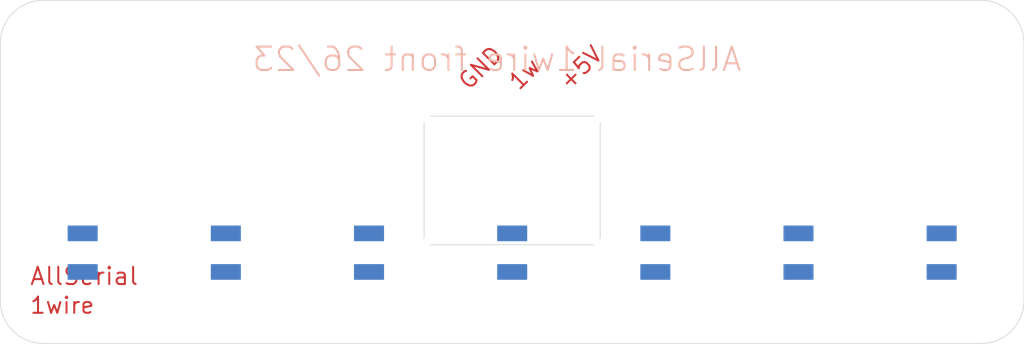
<source format=kicad_pcb>
(kicad_pcb (version 20240108) (generator "pcbnew") (generator_version "8.0")
  (layers (0 "F.Cu" signal) (31 "B.Cu" signal) (34 "B.Paste" user) (35 "F.Paste" user) (36 "B.SilkS" user "B.Silkscreen") (37 "F.SilkS" user "F.Silkscreen") (38 "B.Mask" user) (39 "F.Mask" user) (44 "Edge.Cuts" user))
  (net 0 "")
  (footprint "AllSerial_Front:Frontpanel_2_Holes" (layer "F.Cu") (at 148.5011 117.0036)
    (property "Reference" "E$2" (hide yes))
    (property "Value" "" (hide yes))
    (fp_rect (start -31 -8.2) (end -29 -7.2) (stroke (width 0.1)) (fill solid) (layer "B.Cu"))
    (fp_rect (start -31 -5.5) (end -29 -4.5) (stroke (width 0.1)) (fill solid) (layer "B.Cu"))
    (fp_rect (start -21 -8.2) (end -19 -7.2) (stroke (width 0.1)) (fill solid) (layer "B.Cu"))
    (fp_rect (start -21 -5.5) (end -19 -4.5) (stroke (width 0.1)) (fill solid) (layer "B.Cu"))
    (fp_rect (start -11 -8.2) (end -9 -7.2) (stroke (width 0.1)) (fill solid) (layer "B.Cu"))
    (fp_rect (start -11 -5.5) (end -9 -4.5) (stroke (width 0.1)) (fill solid) (layer "B.Cu"))
    (fp_rect (start -1 -8.2) (end 1 -7.2) (stroke (width 0.1)) (fill solid) (layer "B.Cu"))
    (fp_rect (start -1 -5.5) (end 1 -4.5) (stroke (width 0.1)) (fill solid) (layer "B.Cu"))
    (fp_rect (start 9 -8.2) (end 11 -7.2) (stroke (width 0.1)) (fill solid) (layer "B.Cu"))
    (fp_rect (start 9 -5.5) (end 11 -4.5) (stroke (width 0.1)) (fill solid) (layer "B.Cu"))
    (fp_rect (start 19 -8.2) (end 21 -7.2) (stroke (width 0.1)) (fill solid) (layer "B.Cu"))
    (fp_rect (start 19 -5.5) (end 21 -4.5) (stroke (width 0.1)) (fill solid) (layer "B.Cu"))
    (fp_rect (start 29 -8.2) (end 31 -7.2) (stroke (width 0.1)) (fill solid) (layer "B.Cu"))
    (fp_rect (start 29 -5.5) (end 31 -4.5) (stroke (width 0.1)) (fill solid) (layer "B.Cu"))
    (fp_line (start -35.75 -3) (end -35.75 -21) (stroke (width 0.05)) (layer "Edge.Cuts"))
    (fp_line (start -32.75 -24) (end 32.75 -24) (stroke (width 0.05)) (layer "Edge.Cuts"))
    (fp_line (start 32.75 0) (end -32.75 0) (stroke (width 0.05)) (layer "Edge.Cuts"))
    (fp_line (start 35.75 -21) (end 35.75 -3) (stroke (width 0.05)) (layer "Edge.Cuts"))
    (fp_arc (start -35.75 -21) (mid -34.87132 -23.12132) (end -32.75 -24) (stroke (width 0.05)) (layer "Edge.Cuts"))
    (fp_arc (start -32.75 0) (mid -34.87132 -0.87868) (end -35.75 -3) (stroke (width 0.05)) (layer "Edge.Cuts"))
    (fp_arc (start 32.75 -24) (mid 34.87132 -23.12132) (end 35.75 -21) (stroke (width 0.05)) (layer "Edge.Cuts"))
    (fp_arc (start 35.75 -3) (mid 34.87132 -0.87868) (end 32.75 0) (stroke (width 0.05)) (layer "Edge.Cuts"))
    (fp_text user "AllSerial" (at -33.75 -4 0) (layer "F.Cu") (effects (font (size 1.2065 1.2065) (thickness 0.1397)) (justify left bottom)))
    (pad "" np_thru_hole circle (at -31.75 -12) (size 3.2 3.2) (drill 3.2) (layers "*.Cu" "*.Mask"))
    (pad "" np_thru_hole circle (at 31.75 -12) (size 3.2 3.2) (drill 3.2) (layers "*.Cu" "*.Mask"))
  )
  (footprint "AllSerial_Front:Metz_PT11303HBBN_182" (layer "F.Cu") (at 148.5011 117.0036)
    (property "Reference" "E$1" (hide yes))
    (property "Value" "")
    (fp_line (start -6.15 -15.7) (end -6.15 -7.2) (stroke (width 0.05)) (layer "Edge.Cuts"))
    (fp_line (start -5.95 -6.9) (end 5.95 -6.9) (stroke (width 0.05)) (layer "Edge.Cuts"))
    (fp_line (start 5.95 -15.9) (end -5.95 -15.9) (stroke (width 0.05)) (layer "Edge.Cuts"))
    (fp_line (start 6.15 -7.2) (end 6.15 -15.7) (stroke (width 0.05)) (layer "Edge.Cuts"))
    (fp_arc (start -6.15 -15.7) (mid -6.091421 -15.841421) (end -5.95 -15.9) (stroke (width 0.05)) (layer "Edge.Cuts"))
    (fp_arc (start -5.95 -6.9) (mid -6.112131 -7.008579) (end -6.15 -7.2) (stroke (width 0.05)) (layer "Edge.Cuts"))
    (fp_arc (start 5.95 -15.9) (mid 6.091421 -15.841421) (end 6.15 -15.7) (stroke (width 0.05)) (layer "Edge.Cuts"))
    (fp_arc (start 6.149999 -7.199999) (mid 6.091906 -7.022062) (end 5.95 -6.9) (stroke (width 0.05)) (layer "Edge.Cuts"))
    (pad "" np_thru_hole circle (at -5.95 -15.7) (size 0.6 0.6) (drill 0.6) (layers "*.Cu" "*.Mask"))
    (pad "" np_thru_hole circle (at -5.95 -7.1) (size 0.6 0.6) (drill 0.6) (layers "*.Cu" "*.Mask"))
    (pad "" np_thru_hole circle (at 5.95 -15.7) (size 0.6 0.6) (drill 0.6) (layers "*.Cu" "*.Mask"))
    (pad "" np_thru_hole circle (at 5.95 -7.1) (size 0.6 0.6) (drill 0.6) (layers "*.Cu" "*.Mask"))
  )
  (gr_text "+5V" (at 152.0011 99.0036 45) (layer "F.Cu") (effects (font (size 1.1303 1.1303) (thickness 0.1397)) (justify left)))
  (gr_text "1w" (at 148.5011 99.0036 45) (layer "F.Cu") (effects (font (size 1.1303 1.1303) (thickness 0.1397)) (justify left)))
  (gr_text "GND" (at 145.0011 99.0036 45) (layer "F.Cu") (effects (font (size 1.1303 1.1303) (thickness 0.1397)) (justify left)))
  (gr_text "1wire" (at 114.7511 115.0036 0) (layer "F.Cu") (effects (font (size 1.1303 1.1303) (thickness 0.1397)) (justify left bottom)))
  (gr_text "AllSerial 1wire front 26/23" (at 164.6301 98.0806 0) (layer "B.SilkS") (effects (font (size 1.63576 1.63576) (thickness 0.14224)) (justify left bottom mirror)))
)
</source>
